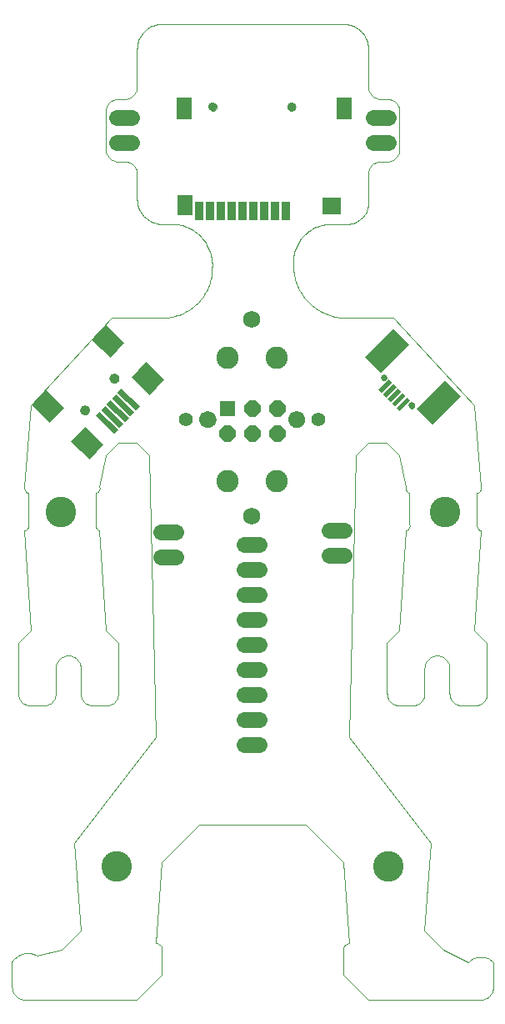
<source format=gbs>
G75*
%MOIN*%
%OFA0B0*%
%FSLAX24Y24*%
%IPPOS*%
%LPD*%
%AMOC8*
5,1,8,0,0,1.08239X$1,22.5*
%
%ADD10C,0.0000*%
%ADD11R,0.0355X0.0749*%
%ADD12R,0.0591X0.0827*%
%ADD13R,0.0591X0.0906*%
%ADD14R,0.0749X0.0670*%
%ADD15C,0.0355*%
%ADD16C,0.1221*%
%ADD17R,0.0640X0.0640*%
%ADD18OC8,0.0640*%
%ADD19C,0.0690*%
%ADD20C,0.0890*%
%ADD21C,0.0555*%
%ADD22C,0.0670*%
%ADD23C,0.0640*%
%ADD24R,0.1024X0.0237*%
%ADD25R,0.1024X0.0827*%
%ADD26C,0.0394*%
%ADD27R,0.0591X0.0178*%
%ADD28R,0.0906X0.1615*%
%ADD29C,0.0257*%
D10*
X000100Y000600D02*
X000100Y001600D01*
X000128Y001644D01*
X000160Y001685D01*
X000194Y001724D01*
X000231Y001761D01*
X000270Y001795D01*
X000312Y001826D01*
X000356Y001854D01*
X000402Y001878D01*
X000449Y001900D01*
X000498Y001918D01*
X000548Y001932D01*
X000599Y001943D01*
X000651Y001950D01*
X000703Y001954D01*
X000755Y001953D01*
X000806Y001949D01*
X000858Y001942D01*
X000909Y001930D01*
X000959Y001916D01*
X001007Y001897D01*
X001055Y001875D01*
X001100Y001850D01*
X002100Y002100D01*
X002850Y002850D01*
X002600Y006350D01*
X005850Y010600D01*
X005600Y021850D01*
X005100Y022350D01*
X004350Y022350D01*
X003850Y021850D01*
X003600Y020600D01*
X003605Y020573D01*
X003606Y020547D01*
X003604Y020520D01*
X003598Y020493D01*
X003589Y020468D01*
X003577Y020444D01*
X003561Y020422D01*
X003543Y020402D01*
X003523Y020384D01*
X003500Y020370D01*
X003476Y020358D01*
X003450Y020350D01*
X003450Y019100D01*
X003445Y019073D01*
X003444Y019047D01*
X003446Y019020D01*
X003452Y018993D01*
X003461Y018968D01*
X003473Y018944D01*
X003489Y018922D01*
X003507Y018902D01*
X003527Y018884D01*
X003550Y018870D01*
X003574Y018858D01*
X003600Y018850D01*
X003850Y014850D01*
X004350Y014350D01*
X004350Y012350D01*
X004348Y012306D01*
X004342Y012263D01*
X004333Y012221D01*
X004320Y012179D01*
X004303Y012139D01*
X004283Y012100D01*
X004260Y012063D01*
X004233Y012029D01*
X004204Y011996D01*
X004171Y011967D01*
X004137Y011940D01*
X004100Y011917D01*
X004061Y011897D01*
X004021Y011880D01*
X003979Y011867D01*
X003937Y011858D01*
X003894Y011852D01*
X003850Y011850D01*
X003350Y011850D01*
X003306Y011852D01*
X003263Y011858D01*
X003221Y011867D01*
X003179Y011880D01*
X003139Y011897D01*
X003100Y011917D01*
X003063Y011940D01*
X003029Y011967D01*
X002996Y011996D01*
X002967Y012029D01*
X002940Y012063D01*
X002917Y012100D01*
X002897Y012139D01*
X002880Y012179D01*
X002867Y012221D01*
X002858Y012263D01*
X002852Y012306D01*
X002850Y012350D01*
X002850Y013350D01*
X002350Y013850D02*
X002306Y013848D01*
X002263Y013842D01*
X002221Y013833D01*
X002179Y013820D01*
X002139Y013803D01*
X002100Y013783D01*
X002063Y013760D01*
X002029Y013733D01*
X001996Y013704D01*
X001967Y013671D01*
X001940Y013637D01*
X001917Y013600D01*
X001897Y013561D01*
X001880Y013521D01*
X001867Y013479D01*
X001858Y013437D01*
X001852Y013394D01*
X001850Y013350D01*
X001850Y012350D01*
X001848Y012306D01*
X001842Y012263D01*
X001833Y012221D01*
X001820Y012179D01*
X001803Y012139D01*
X001783Y012100D01*
X001760Y012063D01*
X001733Y012029D01*
X001704Y011996D01*
X001671Y011967D01*
X001637Y011940D01*
X001600Y011917D01*
X001561Y011897D01*
X001521Y011880D01*
X001479Y011867D01*
X001437Y011858D01*
X001394Y011852D01*
X001350Y011850D01*
X000850Y011850D01*
X000806Y011852D01*
X000763Y011858D01*
X000721Y011867D01*
X000679Y011880D01*
X000639Y011897D01*
X000600Y011917D01*
X000563Y011940D01*
X000529Y011967D01*
X000496Y011996D01*
X000467Y012029D01*
X000440Y012063D01*
X000417Y012100D01*
X000397Y012139D01*
X000380Y012179D01*
X000367Y012221D01*
X000358Y012263D01*
X000352Y012306D01*
X000350Y012350D01*
X000350Y014350D01*
X000850Y014850D01*
X000600Y018850D01*
X000626Y018858D01*
X000650Y018870D01*
X000673Y018884D01*
X000693Y018902D01*
X000711Y018922D01*
X000727Y018944D01*
X000739Y018968D01*
X000748Y018993D01*
X000754Y019020D01*
X000756Y019047D01*
X000755Y019073D01*
X000750Y019100D01*
X000750Y020350D01*
X000724Y020358D01*
X000700Y020370D01*
X000677Y020384D01*
X000657Y020402D01*
X000639Y020422D01*
X000623Y020444D01*
X000611Y020468D01*
X000602Y020493D01*
X000596Y020520D01*
X000594Y020547D01*
X000595Y020573D01*
X000600Y020600D01*
X000850Y023850D01*
X004100Y027350D01*
X006100Y027350D01*
X006187Y027352D01*
X006274Y027358D01*
X006361Y027367D01*
X006447Y027380D01*
X006533Y027397D01*
X006618Y027418D01*
X006701Y027443D01*
X006784Y027471D01*
X006865Y027502D01*
X006945Y027537D01*
X007023Y027576D01*
X007100Y027618D01*
X007175Y027663D01*
X007247Y027712D01*
X007318Y027763D01*
X007386Y027818D01*
X007451Y027875D01*
X007514Y027936D01*
X007575Y027999D01*
X007632Y028064D01*
X007687Y028132D01*
X007738Y028203D01*
X007787Y028275D01*
X007832Y028350D01*
X007874Y028427D01*
X007913Y028505D01*
X007948Y028585D01*
X007979Y028666D01*
X008007Y028749D01*
X008032Y028832D01*
X008053Y028917D01*
X008070Y029003D01*
X008083Y029089D01*
X008092Y029176D01*
X008098Y029263D01*
X008100Y029350D01*
X006600Y031100D02*
X006100Y031100D01*
X006040Y031102D01*
X005979Y031107D01*
X005920Y031116D01*
X005861Y031129D01*
X005802Y031145D01*
X005745Y031165D01*
X005690Y031188D01*
X005635Y031215D01*
X005583Y031244D01*
X005532Y031277D01*
X005483Y031313D01*
X005437Y031351D01*
X005393Y031393D01*
X005351Y031437D01*
X005313Y031483D01*
X005277Y031532D01*
X005244Y031583D01*
X005215Y031635D01*
X005188Y031690D01*
X005165Y031745D01*
X005145Y031802D01*
X005129Y031861D01*
X005116Y031920D01*
X005107Y031979D01*
X005102Y032040D01*
X005100Y032100D01*
X005100Y033100D01*
X005098Y033144D01*
X005092Y033187D01*
X005083Y033229D01*
X005070Y033271D01*
X005053Y033311D01*
X005033Y033350D01*
X005010Y033387D01*
X004983Y033421D01*
X004954Y033454D01*
X004921Y033483D01*
X004887Y033510D01*
X004850Y033533D01*
X004811Y033553D01*
X004771Y033570D01*
X004729Y033583D01*
X004687Y033592D01*
X004644Y033598D01*
X004600Y033600D01*
X004350Y033600D01*
X004306Y033602D01*
X004263Y033608D01*
X004221Y033617D01*
X004179Y033630D01*
X004139Y033647D01*
X004100Y033667D01*
X004063Y033690D01*
X004029Y033717D01*
X003996Y033746D01*
X003967Y033779D01*
X003940Y033813D01*
X003917Y033850D01*
X003897Y033889D01*
X003880Y033929D01*
X003867Y033971D01*
X003858Y034013D01*
X003852Y034056D01*
X003850Y034100D01*
X003850Y035600D01*
X003852Y035644D01*
X003858Y035687D01*
X003867Y035729D01*
X003880Y035771D01*
X003897Y035811D01*
X003917Y035850D01*
X003940Y035887D01*
X003967Y035921D01*
X003996Y035954D01*
X004029Y035983D01*
X004063Y036010D01*
X004100Y036033D01*
X004139Y036053D01*
X004179Y036070D01*
X004221Y036083D01*
X004263Y036092D01*
X004306Y036098D01*
X004350Y036100D01*
X004600Y036100D01*
X004644Y036102D01*
X004687Y036108D01*
X004729Y036117D01*
X004771Y036130D01*
X004811Y036147D01*
X004850Y036167D01*
X004887Y036190D01*
X004921Y036217D01*
X004954Y036246D01*
X004983Y036279D01*
X005010Y036313D01*
X005033Y036350D01*
X005053Y036389D01*
X005070Y036429D01*
X005083Y036471D01*
X005092Y036513D01*
X005098Y036556D01*
X005100Y036600D01*
X005100Y038100D01*
X005102Y038160D01*
X005107Y038221D01*
X005116Y038280D01*
X005129Y038339D01*
X005145Y038398D01*
X005165Y038455D01*
X005188Y038510D01*
X005215Y038565D01*
X005244Y038617D01*
X005277Y038668D01*
X005313Y038717D01*
X005351Y038763D01*
X005393Y038807D01*
X005437Y038849D01*
X005483Y038887D01*
X005532Y038923D01*
X005583Y038956D01*
X005635Y038985D01*
X005690Y039012D01*
X005745Y039035D01*
X005802Y039055D01*
X005861Y039071D01*
X005920Y039084D01*
X005979Y039093D01*
X006040Y039098D01*
X006100Y039100D01*
X013350Y039100D01*
X013410Y039098D01*
X013471Y039093D01*
X013530Y039084D01*
X013589Y039071D01*
X013648Y039055D01*
X013705Y039035D01*
X013760Y039012D01*
X013815Y038985D01*
X013867Y038956D01*
X013918Y038923D01*
X013967Y038887D01*
X014013Y038849D01*
X014057Y038807D01*
X014099Y038763D01*
X014137Y038717D01*
X014173Y038668D01*
X014206Y038617D01*
X014235Y038565D01*
X014262Y038510D01*
X014285Y038455D01*
X014305Y038398D01*
X014321Y038339D01*
X014334Y038280D01*
X014343Y038221D01*
X014348Y038160D01*
X014350Y038100D01*
X014350Y036600D01*
X014352Y036556D01*
X014358Y036513D01*
X014367Y036471D01*
X014380Y036429D01*
X014397Y036389D01*
X014417Y036350D01*
X014440Y036313D01*
X014467Y036279D01*
X014496Y036246D01*
X014529Y036217D01*
X014563Y036190D01*
X014600Y036167D01*
X014639Y036147D01*
X014679Y036130D01*
X014721Y036117D01*
X014763Y036108D01*
X014806Y036102D01*
X014850Y036100D01*
X015100Y036100D01*
X015144Y036098D01*
X015187Y036092D01*
X015229Y036083D01*
X015271Y036070D01*
X015311Y036053D01*
X015350Y036033D01*
X015387Y036010D01*
X015421Y035983D01*
X015454Y035954D01*
X015483Y035921D01*
X015510Y035887D01*
X015533Y035850D01*
X015553Y035811D01*
X015570Y035771D01*
X015583Y035729D01*
X015592Y035687D01*
X015598Y035644D01*
X015600Y035600D01*
X015600Y034100D01*
X015598Y034056D01*
X015592Y034013D01*
X015583Y033971D01*
X015570Y033929D01*
X015553Y033889D01*
X015533Y033850D01*
X015510Y033813D01*
X015483Y033779D01*
X015454Y033746D01*
X015421Y033717D01*
X015387Y033690D01*
X015350Y033667D01*
X015311Y033647D01*
X015271Y033630D01*
X015229Y033617D01*
X015187Y033608D01*
X015144Y033602D01*
X015100Y033600D01*
X014850Y033600D01*
X014806Y033598D01*
X014763Y033592D01*
X014721Y033583D01*
X014679Y033570D01*
X014639Y033553D01*
X014600Y033533D01*
X014563Y033510D01*
X014529Y033483D01*
X014496Y033454D01*
X014467Y033421D01*
X014440Y033387D01*
X014417Y033350D01*
X014397Y033311D01*
X014380Y033271D01*
X014367Y033229D01*
X014358Y033187D01*
X014352Y033144D01*
X014350Y033100D01*
X014350Y032100D01*
X013600Y031100D02*
X012850Y031100D01*
X013600Y031100D02*
X013657Y031110D01*
X013713Y031124D01*
X013768Y031141D01*
X013822Y031162D01*
X013875Y031187D01*
X013925Y031214D01*
X013974Y031245D01*
X014021Y031280D01*
X014065Y031317D01*
X014107Y031357D01*
X014146Y031399D01*
X014182Y031445D01*
X014215Y031492D01*
X014245Y031541D01*
X014272Y031593D01*
X014295Y031646D01*
X014315Y031700D01*
X014331Y031756D01*
X014344Y031812D01*
X014353Y031869D01*
X014358Y031927D01*
X014359Y031985D01*
X014356Y032043D01*
X014350Y032100D01*
X011350Y029600D02*
X011346Y029510D01*
X011347Y029419D01*
X011351Y029329D01*
X011359Y029239D01*
X011371Y029149D01*
X011387Y029060D01*
X011406Y028972D01*
X011429Y028885D01*
X011456Y028799D01*
X011487Y028713D01*
X011521Y028630D01*
X011559Y028548D01*
X011600Y028467D01*
X011644Y028388D01*
X011692Y028312D01*
X011743Y028237D01*
X011797Y028165D01*
X011854Y028095D01*
X011914Y028027D01*
X011977Y027962D01*
X012043Y027900D01*
X012111Y027841D01*
X012181Y027784D01*
X012254Y027731D01*
X012329Y027681D01*
X012407Y027634D01*
X012486Y027590D01*
X012567Y027550D01*
X012649Y027513D01*
X012733Y027479D01*
X012818Y027450D01*
X012905Y027424D01*
X012993Y027401D01*
X013081Y027383D01*
X013170Y027368D01*
X013260Y027357D01*
X013350Y027350D01*
X015350Y027350D01*
X018600Y023850D01*
X018850Y020600D01*
X018855Y020573D01*
X018856Y020547D01*
X018854Y020520D01*
X018848Y020493D01*
X018839Y020468D01*
X018827Y020444D01*
X018811Y020422D01*
X018793Y020402D01*
X018773Y020384D01*
X018750Y020370D01*
X018726Y020358D01*
X018700Y020350D01*
X018700Y019100D01*
X018695Y019073D01*
X018694Y019047D01*
X018696Y019020D01*
X018702Y018993D01*
X018711Y018968D01*
X018723Y018944D01*
X018739Y018922D01*
X018757Y018902D01*
X018777Y018884D01*
X018800Y018870D01*
X018824Y018858D01*
X018850Y018850D01*
X018600Y014850D01*
X019100Y014350D01*
X019100Y012350D01*
X019098Y012306D01*
X019092Y012263D01*
X019083Y012221D01*
X019070Y012179D01*
X019053Y012139D01*
X019033Y012100D01*
X019010Y012063D01*
X018983Y012029D01*
X018954Y011996D01*
X018921Y011967D01*
X018887Y011940D01*
X018850Y011917D01*
X018811Y011897D01*
X018771Y011880D01*
X018729Y011867D01*
X018687Y011858D01*
X018644Y011852D01*
X018600Y011850D01*
X018100Y011850D01*
X018056Y011852D01*
X018013Y011858D01*
X017971Y011867D01*
X017929Y011880D01*
X017889Y011897D01*
X017850Y011917D01*
X017813Y011940D01*
X017779Y011967D01*
X017746Y011996D01*
X017717Y012029D01*
X017690Y012063D01*
X017667Y012100D01*
X017647Y012139D01*
X017630Y012179D01*
X017617Y012221D01*
X017608Y012263D01*
X017602Y012306D01*
X017600Y012350D01*
X017600Y013350D01*
X017598Y013394D01*
X017592Y013437D01*
X017583Y013479D01*
X017570Y013521D01*
X017553Y013561D01*
X017533Y013600D01*
X017510Y013637D01*
X017483Y013671D01*
X017454Y013704D01*
X017421Y013733D01*
X017387Y013760D01*
X017350Y013783D01*
X017311Y013803D01*
X017271Y013820D01*
X017229Y013833D01*
X017187Y013842D01*
X017144Y013848D01*
X017100Y013850D01*
X017056Y013848D01*
X017013Y013842D01*
X016971Y013833D01*
X016929Y013820D01*
X016889Y013803D01*
X016850Y013783D01*
X016813Y013760D01*
X016779Y013733D01*
X016746Y013704D01*
X016717Y013671D01*
X016690Y013637D01*
X016667Y013600D01*
X016647Y013561D01*
X016630Y013521D01*
X016617Y013479D01*
X016608Y013437D01*
X016602Y013394D01*
X016600Y013350D01*
X016600Y012350D01*
X016598Y012306D01*
X016592Y012263D01*
X016583Y012221D01*
X016570Y012179D01*
X016553Y012139D01*
X016533Y012100D01*
X016510Y012063D01*
X016483Y012029D01*
X016454Y011996D01*
X016421Y011967D01*
X016387Y011940D01*
X016350Y011917D01*
X016311Y011897D01*
X016271Y011880D01*
X016229Y011867D01*
X016187Y011858D01*
X016144Y011852D01*
X016100Y011850D01*
X015600Y011850D01*
X015556Y011852D01*
X015513Y011858D01*
X015471Y011867D01*
X015429Y011880D01*
X015389Y011897D01*
X015350Y011917D01*
X015313Y011940D01*
X015279Y011967D01*
X015246Y011996D01*
X015217Y012029D01*
X015190Y012063D01*
X015167Y012100D01*
X015147Y012139D01*
X015130Y012179D01*
X015117Y012221D01*
X015108Y012263D01*
X015102Y012306D01*
X015100Y012350D01*
X015100Y014350D01*
X015600Y014850D01*
X015850Y018850D01*
X015876Y018858D01*
X015900Y018870D01*
X015923Y018884D01*
X015943Y018902D01*
X015961Y018922D01*
X015977Y018944D01*
X015989Y018968D01*
X015998Y018993D01*
X016004Y019020D01*
X016006Y019047D01*
X016005Y019073D01*
X016000Y019100D01*
X016000Y020350D01*
X015974Y020358D01*
X015950Y020370D01*
X015927Y020384D01*
X015907Y020402D01*
X015889Y020422D01*
X015873Y020444D01*
X015861Y020468D01*
X015852Y020493D01*
X015846Y020520D01*
X015844Y020547D01*
X015845Y020573D01*
X015850Y020600D01*
X015600Y021850D01*
X015100Y022350D01*
X014350Y022350D01*
X013850Y021850D01*
X013600Y010600D01*
X016850Y006350D01*
X016600Y002850D01*
X017350Y002100D01*
X018350Y001600D01*
X018387Y001634D01*
X018426Y001666D01*
X018468Y001695D01*
X018511Y001721D01*
X018556Y001743D01*
X018603Y001762D01*
X018651Y001778D01*
X018700Y001791D01*
X018749Y001800D01*
X018800Y001805D01*
X018850Y001807D01*
X018900Y001805D01*
X018951Y001800D01*
X019000Y001791D01*
X019049Y001778D01*
X019097Y001762D01*
X019144Y001743D01*
X019189Y001721D01*
X019232Y001695D01*
X019274Y001666D01*
X019313Y001634D01*
X019350Y001600D01*
X019350Y000600D01*
X019348Y000556D01*
X019342Y000513D01*
X019333Y000471D01*
X019320Y000429D01*
X019303Y000389D01*
X019283Y000350D01*
X019260Y000313D01*
X019233Y000279D01*
X019204Y000246D01*
X019171Y000217D01*
X019137Y000190D01*
X019100Y000167D01*
X019061Y000147D01*
X019021Y000130D01*
X018979Y000117D01*
X018937Y000108D01*
X018894Y000102D01*
X018850Y000100D01*
X014350Y000100D01*
X013350Y001100D01*
X013350Y002100D01*
X013352Y002130D01*
X013357Y002160D01*
X013366Y002189D01*
X013379Y002216D01*
X013394Y002242D01*
X013413Y002266D01*
X013434Y002287D01*
X013458Y002306D01*
X013484Y002321D01*
X013511Y002334D01*
X013540Y002343D01*
X013570Y002348D01*
X013600Y002350D01*
X013350Y005600D01*
X011850Y007100D01*
X007600Y007100D01*
X006100Y005600D01*
X005850Y002350D01*
X005880Y002348D01*
X005910Y002343D01*
X005939Y002334D01*
X005966Y002321D01*
X005992Y002306D01*
X006016Y002287D01*
X006037Y002266D01*
X006056Y002242D01*
X006071Y002216D01*
X006084Y002189D01*
X006093Y002160D01*
X006098Y002130D01*
X006100Y002100D01*
X006100Y001100D01*
X005100Y000100D01*
X000600Y000100D01*
X000556Y000102D01*
X000513Y000108D01*
X000471Y000117D01*
X000429Y000130D01*
X000389Y000147D01*
X000350Y000167D01*
X000313Y000190D01*
X000279Y000217D01*
X000246Y000246D01*
X000217Y000279D01*
X000190Y000313D01*
X000167Y000350D01*
X000147Y000389D01*
X000130Y000429D01*
X000117Y000471D01*
X000108Y000513D01*
X000102Y000556D01*
X000100Y000600D01*
X002850Y013350D02*
X002848Y013394D01*
X002842Y013437D01*
X002833Y013479D01*
X002820Y013521D01*
X002803Y013561D01*
X002783Y013600D01*
X002760Y013637D01*
X002733Y013671D01*
X002704Y013704D01*
X002671Y013733D01*
X002637Y013760D01*
X002600Y013783D01*
X002561Y013803D01*
X002521Y013820D01*
X002479Y013833D01*
X002437Y013842D01*
X002394Y013848D01*
X002350Y013850D01*
X002832Y023667D02*
X002834Y023693D01*
X002840Y023719D01*
X002850Y023744D01*
X002863Y023767D01*
X002879Y023787D01*
X002899Y023805D01*
X002921Y023820D01*
X002944Y023832D01*
X002970Y023840D01*
X002996Y023844D01*
X003022Y023844D01*
X003048Y023840D01*
X003074Y023832D01*
X003098Y023820D01*
X003119Y023805D01*
X003139Y023787D01*
X003155Y023767D01*
X003168Y023744D01*
X003178Y023719D01*
X003184Y023693D01*
X003186Y023667D01*
X003184Y023641D01*
X003178Y023615D01*
X003168Y023590D01*
X003155Y023567D01*
X003139Y023547D01*
X003119Y023529D01*
X003097Y023514D01*
X003074Y023502D01*
X003048Y023494D01*
X003022Y023490D01*
X002996Y023490D01*
X002970Y023494D01*
X002944Y023502D01*
X002920Y023514D01*
X002899Y023529D01*
X002879Y023547D01*
X002863Y023567D01*
X002850Y023590D01*
X002840Y023615D01*
X002834Y023641D01*
X002832Y023667D01*
X004014Y024933D02*
X004016Y024959D01*
X004022Y024985D01*
X004032Y025010D01*
X004045Y025033D01*
X004061Y025053D01*
X004081Y025071D01*
X004103Y025086D01*
X004126Y025098D01*
X004152Y025106D01*
X004178Y025110D01*
X004204Y025110D01*
X004230Y025106D01*
X004256Y025098D01*
X004280Y025086D01*
X004301Y025071D01*
X004321Y025053D01*
X004337Y025033D01*
X004350Y025010D01*
X004360Y024985D01*
X004366Y024959D01*
X004368Y024933D01*
X004366Y024907D01*
X004360Y024881D01*
X004350Y024856D01*
X004337Y024833D01*
X004321Y024813D01*
X004301Y024795D01*
X004279Y024780D01*
X004256Y024768D01*
X004230Y024760D01*
X004204Y024756D01*
X004178Y024756D01*
X004152Y024760D01*
X004126Y024768D01*
X004102Y024780D01*
X004081Y024795D01*
X004061Y024813D01*
X004045Y024833D01*
X004032Y024856D01*
X004022Y024881D01*
X004016Y024907D01*
X004014Y024933D01*
X008100Y029350D02*
X008104Y029430D01*
X008105Y029510D01*
X008101Y029590D01*
X008093Y029669D01*
X008082Y029749D01*
X008067Y029827D01*
X008047Y029905D01*
X008024Y029981D01*
X007998Y030057D01*
X007967Y030131D01*
X007933Y030203D01*
X007896Y030274D01*
X007855Y030343D01*
X007811Y030409D01*
X007763Y030474D01*
X007713Y030536D01*
X007659Y030595D01*
X007603Y030652D01*
X007544Y030706D01*
X007482Y030757D01*
X007418Y030805D01*
X007351Y030849D01*
X007283Y030891D01*
X007212Y030929D01*
X007140Y030963D01*
X007066Y030994D01*
X006991Y031021D01*
X006915Y031045D01*
X006837Y031064D01*
X006759Y031080D01*
X006680Y031092D01*
X006600Y031100D01*
X007973Y035788D02*
X007975Y035813D01*
X007981Y035837D01*
X007990Y035859D01*
X008003Y035880D01*
X008019Y035899D01*
X008038Y035915D01*
X008059Y035928D01*
X008081Y035937D01*
X008105Y035943D01*
X008130Y035945D01*
X008155Y035943D01*
X008179Y035937D01*
X008201Y035928D01*
X008222Y035915D01*
X008241Y035899D01*
X008257Y035880D01*
X008270Y035859D01*
X008279Y035837D01*
X008285Y035813D01*
X008287Y035788D01*
X008285Y035763D01*
X008279Y035739D01*
X008270Y035717D01*
X008257Y035696D01*
X008241Y035677D01*
X008222Y035661D01*
X008201Y035648D01*
X008179Y035639D01*
X008155Y035633D01*
X008130Y035631D01*
X008105Y035633D01*
X008081Y035639D01*
X008059Y035648D01*
X008038Y035661D01*
X008019Y035677D01*
X008003Y035696D01*
X007990Y035717D01*
X007981Y035739D01*
X007975Y035763D01*
X007973Y035788D01*
X011123Y035788D02*
X011125Y035813D01*
X011131Y035837D01*
X011140Y035859D01*
X011153Y035880D01*
X011169Y035899D01*
X011188Y035915D01*
X011209Y035928D01*
X011231Y035937D01*
X011255Y035943D01*
X011280Y035945D01*
X011305Y035943D01*
X011329Y035937D01*
X011351Y035928D01*
X011372Y035915D01*
X011391Y035899D01*
X011407Y035880D01*
X011420Y035859D01*
X011429Y035837D01*
X011435Y035813D01*
X011437Y035788D01*
X011435Y035763D01*
X011429Y035739D01*
X011420Y035717D01*
X011407Y035696D01*
X011391Y035677D01*
X011372Y035661D01*
X011351Y035648D01*
X011329Y035639D01*
X011305Y035633D01*
X011280Y035631D01*
X011255Y035633D01*
X011231Y035639D01*
X011209Y035648D01*
X011188Y035661D01*
X011169Y035677D01*
X011153Y035696D01*
X011140Y035717D01*
X011131Y035739D01*
X011125Y035763D01*
X011123Y035788D01*
X012850Y031100D02*
X012774Y031098D01*
X012698Y031092D01*
X012623Y031083D01*
X012548Y031069D01*
X012474Y031052D01*
X012401Y031031D01*
X012329Y031007D01*
X012258Y030978D01*
X012189Y030947D01*
X012122Y030912D01*
X012057Y030873D01*
X011993Y030831D01*
X011932Y030786D01*
X011873Y030738D01*
X011817Y030687D01*
X011763Y030633D01*
X011712Y030577D01*
X011664Y030518D01*
X011619Y030457D01*
X011577Y030393D01*
X011538Y030328D01*
X011503Y030261D01*
X011472Y030192D01*
X011443Y030121D01*
X011419Y030049D01*
X011398Y029976D01*
X011381Y029902D01*
X011367Y029827D01*
X011358Y029752D01*
X011352Y029676D01*
X011350Y029600D01*
X011157Y023300D02*
X011159Y023335D01*
X011165Y023370D01*
X011175Y023404D01*
X011188Y023437D01*
X011205Y023468D01*
X011226Y023496D01*
X011249Y023523D01*
X011276Y023546D01*
X011304Y023567D01*
X011335Y023584D01*
X011368Y023597D01*
X011402Y023607D01*
X011437Y023613D01*
X011472Y023615D01*
X011507Y023613D01*
X011542Y023607D01*
X011576Y023597D01*
X011609Y023584D01*
X011640Y023567D01*
X011668Y023546D01*
X011695Y023523D01*
X011718Y023496D01*
X011739Y023468D01*
X011756Y023437D01*
X011769Y023404D01*
X011779Y023370D01*
X011785Y023335D01*
X011787Y023300D01*
X011785Y023265D01*
X011779Y023230D01*
X011769Y023196D01*
X011756Y023163D01*
X011739Y023132D01*
X011718Y023104D01*
X011695Y023077D01*
X011668Y023054D01*
X011640Y023033D01*
X011609Y023016D01*
X011576Y023003D01*
X011542Y022993D01*
X011507Y022987D01*
X011472Y022985D01*
X011437Y022987D01*
X011402Y022993D01*
X011368Y023003D01*
X011335Y023016D01*
X011304Y023033D01*
X011276Y023054D01*
X011249Y023077D01*
X011226Y023104D01*
X011205Y023132D01*
X011188Y023163D01*
X011175Y023196D01*
X011165Y023230D01*
X011159Y023265D01*
X011157Y023300D01*
X007613Y023300D02*
X007615Y023335D01*
X007621Y023370D01*
X007631Y023404D01*
X007644Y023437D01*
X007661Y023468D01*
X007682Y023496D01*
X007705Y023523D01*
X007732Y023546D01*
X007760Y023567D01*
X007791Y023584D01*
X007824Y023597D01*
X007858Y023607D01*
X007893Y023613D01*
X007928Y023615D01*
X007963Y023613D01*
X007998Y023607D01*
X008032Y023597D01*
X008065Y023584D01*
X008096Y023567D01*
X008124Y023546D01*
X008151Y023523D01*
X008174Y023496D01*
X008195Y023468D01*
X008212Y023437D01*
X008225Y023404D01*
X008235Y023370D01*
X008241Y023335D01*
X008243Y023300D01*
X008241Y023265D01*
X008235Y023230D01*
X008225Y023196D01*
X008212Y023163D01*
X008195Y023132D01*
X008174Y023104D01*
X008151Y023077D01*
X008124Y023054D01*
X008096Y023033D01*
X008065Y023016D01*
X008032Y023003D01*
X007998Y022993D01*
X007963Y022987D01*
X007928Y022985D01*
X007893Y022987D01*
X007858Y022993D01*
X007824Y023003D01*
X007791Y023016D01*
X007760Y023033D01*
X007732Y023054D01*
X007705Y023077D01*
X007682Y023104D01*
X007661Y023132D01*
X007644Y023163D01*
X007631Y023196D01*
X007621Y023230D01*
X007615Y023265D01*
X007613Y023300D01*
X014867Y024958D02*
X014869Y024978D01*
X014875Y024998D01*
X014884Y025016D01*
X014897Y025033D01*
X014912Y025046D01*
X014930Y025056D01*
X014950Y025063D01*
X014970Y025066D01*
X014990Y025065D01*
X015010Y025060D01*
X015029Y025052D01*
X015046Y025040D01*
X015060Y025025D01*
X015071Y025007D01*
X015079Y024988D01*
X015083Y024968D01*
X015083Y024948D01*
X015079Y024928D01*
X015071Y024909D01*
X015060Y024891D01*
X015046Y024876D01*
X015029Y024864D01*
X015010Y024856D01*
X014990Y024851D01*
X014970Y024850D01*
X014950Y024853D01*
X014930Y024860D01*
X014912Y024870D01*
X014897Y024883D01*
X014884Y024900D01*
X014875Y024918D01*
X014869Y024938D01*
X014867Y024958D01*
X015980Y023845D02*
X015982Y023865D01*
X015988Y023885D01*
X015997Y023903D01*
X016010Y023920D01*
X016025Y023933D01*
X016043Y023943D01*
X016063Y023950D01*
X016083Y023953D01*
X016103Y023952D01*
X016123Y023947D01*
X016142Y023939D01*
X016159Y023927D01*
X016173Y023912D01*
X016184Y023894D01*
X016192Y023875D01*
X016196Y023855D01*
X016196Y023835D01*
X016192Y023815D01*
X016184Y023796D01*
X016173Y023778D01*
X016159Y023763D01*
X016142Y023751D01*
X016123Y023743D01*
X016103Y023738D01*
X016083Y023737D01*
X016063Y023740D01*
X016043Y023747D01*
X016025Y023757D01*
X016010Y023770D01*
X015997Y023787D01*
X015988Y023805D01*
X015982Y023825D01*
X015980Y023845D01*
D11*
X011063Y031615D03*
X010630Y031615D03*
X010197Y031615D03*
X009764Y031615D03*
X009331Y031615D03*
X008898Y031615D03*
X008465Y031615D03*
X008032Y031615D03*
X007599Y031615D03*
D12*
X007028Y031851D03*
D13*
X006969Y035729D03*
X013386Y035729D03*
D14*
X012894Y031812D03*
D15*
X011280Y035788D03*
X008130Y035788D03*
D16*
X002038Y019600D03*
X004288Y005413D03*
X015163Y005413D03*
X017413Y019600D03*
D17*
X008728Y023738D03*
D18*
X008728Y022738D03*
X009728Y022738D03*
X009728Y023738D03*
X010728Y023738D03*
X010728Y022738D03*
D19*
X009700Y019426D03*
X009700Y027300D03*
D20*
X010684Y025761D03*
X008716Y025761D03*
X008716Y020839D03*
X010684Y020839D03*
D21*
X012357Y023300D03*
X007043Y023300D03*
D22*
X007928Y023300D03*
X011472Y023300D03*
D23*
X012800Y018850D02*
X013400Y018850D01*
X013400Y017850D02*
X012800Y017850D01*
X010000Y018300D02*
X009400Y018300D01*
X009400Y017300D02*
X010000Y017300D01*
X010000Y016300D02*
X009400Y016300D01*
X009400Y015300D02*
X010000Y015300D01*
X010000Y014300D02*
X009400Y014300D01*
X009400Y013300D02*
X010000Y013300D01*
X010000Y012300D02*
X009400Y012300D01*
X009400Y011300D02*
X010000Y011300D01*
X010000Y010300D02*
X009400Y010300D01*
X006650Y017800D02*
X006050Y017800D01*
X006050Y018800D02*
X006650Y018800D01*
X004900Y034350D02*
X004300Y034350D01*
X004300Y035350D02*
X004900Y035350D01*
X014550Y035350D02*
X015150Y035350D01*
X015150Y034350D02*
X014550Y034350D01*
D24*
G36*
X005042Y023654D02*
X004295Y024351D01*
X004456Y024524D01*
X005203Y023827D01*
X005042Y023654D01*
G37*
G36*
X004828Y023424D02*
X004081Y024121D01*
X004242Y024294D01*
X004989Y023597D01*
X004828Y023424D01*
G37*
G36*
X004613Y023194D02*
X003866Y023891D01*
X004027Y024064D01*
X004774Y023367D01*
X004613Y023194D01*
G37*
G36*
X004398Y022963D02*
X003651Y023660D01*
X003812Y023833D01*
X004559Y023136D01*
X004398Y022963D01*
G37*
G36*
X004183Y022733D02*
X003436Y023430D01*
X003597Y023603D01*
X004344Y022906D01*
X004183Y022733D01*
G37*
D25*
G36*
X003204Y021682D02*
X002456Y022380D01*
X003020Y022984D01*
X003768Y022286D01*
X003204Y021682D01*
G37*
G36*
X001620Y023159D02*
X000872Y023857D01*
X001436Y024461D01*
X002184Y023763D01*
X001620Y023159D01*
G37*
G36*
X004036Y025750D02*
X003288Y026448D01*
X003852Y027052D01*
X004600Y026354D01*
X004036Y025750D01*
G37*
G36*
X005620Y024273D02*
X004872Y024971D01*
X005436Y025575D01*
X006184Y024877D01*
X005620Y024273D01*
G37*
D26*
X004191Y024933D03*
X003009Y023667D03*
D27*
G36*
X014759Y024479D02*
X015175Y024895D01*
X015301Y024769D01*
X014885Y024353D01*
X014759Y024479D01*
G37*
G36*
X014940Y024298D02*
X015356Y024714D01*
X015482Y024588D01*
X015066Y024172D01*
X014940Y024298D01*
G37*
G36*
X015121Y024117D02*
X015537Y024533D01*
X015663Y024407D01*
X015247Y023991D01*
X015121Y024117D01*
G37*
G36*
X015302Y023936D02*
X015718Y024352D01*
X015844Y024226D01*
X015428Y023810D01*
X015302Y023936D01*
G37*
G36*
X015483Y023755D02*
X015899Y024171D01*
X016025Y024045D01*
X015609Y023629D01*
X015483Y023755D01*
G37*
D28*
G36*
X014850Y025140D02*
X014210Y025780D01*
X015350Y026920D01*
X015990Y026280D01*
X014850Y025140D01*
G37*
G36*
X016910Y023080D02*
X016270Y023720D01*
X017410Y024860D01*
X018050Y024220D01*
X016910Y023080D01*
G37*
D29*
X016088Y023845D03*
X014975Y024958D03*
M02*

</source>
